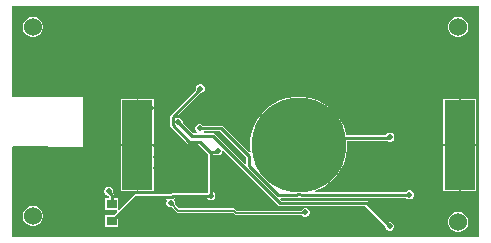
<source format=gbl>
G04*
G04 #@! TF.GenerationSoftware,Altium Limited,Altium Designer,23.5.1 (21)*
G04*
G04 Layer_Physical_Order=4*
G04 Layer_Color=16711680*
%FSLAX25Y25*%
%MOIN*%
G70*
G04*
G04 #@! TF.SameCoordinates,F3818A2F-99DD-4422-A772-264FF04CB145*
G04*
G04*
G04 #@! TF.FilePolarity,Positive*
G04*
G01*
G75*
%ADD52R,0.03402X0.03150*%
%ADD54C,0.01000*%
%ADD55C,0.00600*%
%ADD58C,0.00900*%
%ADD61C,0.06000*%
%ADD62C,0.02000*%
%ADD63R,0.10236X0.29921*%
%ADD64C,0.31496*%
G36*
X235433Y79528D02*
X79528D01*
Y109488D01*
X79882Y109840D01*
X103150Y109689D01*
Y126378D01*
X79528D01*
Y156693D01*
X235433D01*
Y79528D01*
D02*
G37*
%LPC*%
G36*
X228794Y153006D02*
X227899D01*
X227034Y152775D01*
X226259Y152327D01*
X225626Y151694D01*
X225178Y150919D01*
X224946Y150054D01*
Y149159D01*
X225178Y148294D01*
X225626Y147519D01*
X226259Y146886D01*
X227034Y146438D01*
X227899Y146206D01*
X228794D01*
X229659Y146438D01*
X230434Y146886D01*
X231067Y147519D01*
X231515Y148294D01*
X231747Y149159D01*
Y150054D01*
X231515Y150919D01*
X231067Y151694D01*
X230434Y152327D01*
X229659Y152775D01*
X228794Y153006D01*
D02*
G37*
G36*
X87062D02*
X86167D01*
X85302Y152775D01*
X84526Y152327D01*
X83894Y151694D01*
X83446Y150919D01*
X83214Y150054D01*
Y149159D01*
X83446Y148294D01*
X83894Y147519D01*
X84526Y146886D01*
X85302Y146438D01*
X86167Y146206D01*
X87062D01*
X87927Y146438D01*
X88702Y146886D01*
X89335Y147519D01*
X89783Y148294D01*
X90014Y149159D01*
Y150054D01*
X89783Y150919D01*
X89335Y151694D01*
X88702Y152327D01*
X87927Y152775D01*
X87062Y153006D01*
D02*
G37*
G36*
X142685Y130543D02*
X142089D01*
X141537Y130314D01*
X141115Y129892D01*
X140887Y129341D01*
Y128744D01*
X140926Y128651D01*
X132537Y120263D01*
X132349Y119982D01*
X132283Y119650D01*
Y116908D01*
X132349Y116576D01*
X132537Y116295D01*
X138095Y110737D01*
X138376Y110549D01*
X138708Y110483D01*
X141791D01*
X145033Y107241D01*
Y94606D01*
X144645Y94218D01*
X133418D01*
X133086Y94152D01*
X132805Y93964D01*
X132733Y93892D01*
X120908D01*
X120576Y93826D01*
X120295Y93638D01*
X115401Y88745D01*
X114901Y88952D01*
Y92530D01*
X113718D01*
Y93729D01*
X113648Y94080D01*
X113449Y94378D01*
X113349Y94478D01*
X113400Y94602D01*
Y95198D01*
X113172Y95750D01*
X112750Y96172D01*
X112198Y96400D01*
X111602D01*
X111050Y96172D01*
X110628Y95750D01*
X110400Y95198D01*
Y94602D01*
X110628Y94050D01*
X111050Y93628D01*
X111602Y93400D01*
X111832D01*
X111883Y93349D01*
Y92530D01*
X110700D01*
Y88581D01*
X114530D01*
X114737Y88081D01*
X113676Y87019D01*
X110700D01*
Y83070D01*
X114901D01*
Y85794D01*
X121267Y92159D01*
X130884D01*
X131149Y91659D01*
X131000Y91298D01*
Y90702D01*
X131228Y90150D01*
X131650Y89728D01*
X132202Y89500D01*
X132798D01*
X132934Y89556D01*
X134595Y87895D01*
X134827Y87741D01*
X135100Y87686D01*
X153255D01*
X153815Y87127D01*
X154046Y86972D01*
X154319Y86918D01*
X176161D01*
X176550Y86528D01*
X177102Y86300D01*
X177698D01*
X178250Y86528D01*
X178672Y86950D01*
X178900Y87502D01*
Y88098D01*
X178672Y88650D01*
X178250Y89072D01*
X177698Y89300D01*
X177102D01*
X176550Y89072D01*
X176128Y88650D01*
X176002Y88345D01*
X154615D01*
X154055Y88905D01*
X153824Y89059D01*
X153551Y89114D01*
X135396D01*
X133944Y90566D01*
X134000Y90702D01*
Y91298D01*
X133772Y91850D01*
X133768Y91853D01*
X133749Y92024D01*
X134074Y92484D01*
X144645D01*
X145050Y92080D01*
X145602Y91851D01*
X146198D01*
X146750Y92080D01*
X147172Y92501D01*
X147400Y93053D01*
Y93650D01*
X147172Y94201D01*
X146767Y94606D01*
Y106955D01*
X147267Y107112D01*
X147350Y107028D01*
X147902Y106800D01*
X148498D01*
X149050Y107028D01*
X149472Y107450D01*
X149700Y108002D01*
Y108205D01*
X150200Y108412D01*
X168429Y90183D01*
X168727Y89984D01*
X169078Y89914D01*
X197420D01*
X204000Y83334D01*
Y82833D01*
X204228Y82282D01*
X204650Y81860D01*
X205202Y81631D01*
X205798D01*
X206350Y81860D01*
X206772Y82282D01*
X207000Y82833D01*
Y83430D01*
X206772Y83981D01*
X206350Y84403D01*
X205798Y84632D01*
X205298D01*
X198449Y91480D01*
X198151Y91679D01*
X197800Y91749D01*
X169458D01*
X168987Y92220D01*
X169178Y92682D01*
X174571D01*
X174606Y92689D01*
X175197Y92651D01*
X175788Y92689D01*
X175823Y92682D01*
X210896D01*
X211250Y92328D01*
X211802Y92100D01*
X212398D01*
X212950Y92328D01*
X213372Y92750D01*
X213600Y93302D01*
Y93898D01*
X213372Y94450D01*
X212950Y94872D01*
X212398Y95100D01*
X211802D01*
X211250Y94872D01*
X210896Y94518D01*
X180674D01*
X180596Y95012D01*
X181396Y95271D01*
X183660Y96425D01*
X185717Y97919D01*
X187514Y99717D01*
X189008Y101773D01*
X190162Y104037D01*
X190947Y106455D01*
X191345Y108965D01*
Y111507D01*
X191486Y111672D01*
X204691D01*
X204777Y111586D01*
X205328Y111357D01*
X205925D01*
X206476Y111586D01*
X206898Y112008D01*
X207127Y112559D01*
Y113156D01*
X206898Y113707D01*
X206476Y114129D01*
X205925Y114357D01*
X205328D01*
X204777Y114129D01*
X204355Y113707D01*
X204272Y113507D01*
X191028D01*
X190947Y114018D01*
X190162Y116435D01*
X189008Y118700D01*
X187514Y120756D01*
X185717Y122553D01*
X183660Y124047D01*
X181396Y125201D01*
X178978Y125987D01*
X176468Y126384D01*
X173926D01*
X171416Y125987D01*
X168998Y125201D01*
X166734Y124047D01*
X164677Y122553D01*
X162880Y120756D01*
X161386Y118700D01*
X160232Y116435D01*
X159447Y114018D01*
X159049Y111507D01*
Y108965D01*
X159200Y108013D01*
X158731Y107775D01*
X150057Y116449D01*
X149759Y116648D01*
X149408Y116718D01*
X143404D01*
X143050Y117072D01*
X142498Y117300D01*
X141902D01*
X141350Y117072D01*
X140928Y116650D01*
X140700Y116098D01*
Y115502D01*
X140928Y114950D01*
X141207Y114672D01*
X141005Y114172D01*
X140012D01*
X136600Y117584D01*
Y118084D01*
X136372Y118636D01*
X135950Y119058D01*
X135398Y119286D01*
X134802D01*
X134660Y119228D01*
X134377Y119651D01*
X142268Y127542D01*
X142685D01*
X143237Y127771D01*
X143659Y128193D01*
X143887Y128744D01*
Y129341D01*
X143659Y129892D01*
X143237Y130314D01*
X142685Y130543D01*
D02*
G37*
G36*
X234455Y125597D02*
X229137D01*
Y110436D01*
X234455D01*
Y125597D01*
D02*
G37*
G36*
X228737D02*
X223419D01*
Y110436D01*
X228737D01*
Y125597D01*
D02*
G37*
G36*
X126975D02*
X121657D01*
Y110436D01*
X126975D01*
Y125597D01*
D02*
G37*
G36*
X121257D02*
X115939D01*
Y110436D01*
X121257D01*
Y125597D01*
D02*
G37*
G36*
X234455Y110036D02*
X229137D01*
Y94876D01*
X234455D01*
Y110036D01*
D02*
G37*
G36*
X228737D02*
X223419D01*
Y94876D01*
X228737D01*
Y110036D01*
D02*
G37*
G36*
X126975D02*
X121657D01*
Y94876D01*
X126975D01*
Y110036D01*
D02*
G37*
G36*
X121257D02*
X115939D01*
Y94876D01*
X121257D01*
Y110036D01*
D02*
G37*
G36*
X87062Y90014D02*
X86167D01*
X85302Y89783D01*
X84526Y89335D01*
X83894Y88702D01*
X83446Y87927D01*
X83214Y87062D01*
Y86167D01*
X83446Y85302D01*
X83894Y84526D01*
X84526Y83894D01*
X85302Y83446D01*
X86167Y83214D01*
X87062D01*
X87927Y83446D01*
X88702Y83894D01*
X89335Y84526D01*
X89783Y85302D01*
X90014Y86167D01*
Y87062D01*
X89783Y87927D01*
X89335Y88702D01*
X88702Y89335D01*
X87927Y89783D01*
X87062Y90014D01*
D02*
G37*
G36*
X228794Y88046D02*
X227899D01*
X227034Y87814D01*
X226259Y87366D01*
X225626Y86733D01*
X225178Y85958D01*
X224946Y85093D01*
Y84198D01*
X225178Y83333D01*
X225626Y82558D01*
X226259Y81925D01*
X227034Y81477D01*
X227899Y81246D01*
X228794D01*
X229659Y81477D01*
X230434Y81925D01*
X231067Y82558D01*
X231515Y83333D01*
X231747Y84198D01*
Y85093D01*
X231515Y85958D01*
X231067Y86733D01*
X230434Y87366D01*
X229659Y87814D01*
X228794Y88046D01*
D02*
G37*
%LPD*%
G36*
X157631Y106279D02*
Y104229D01*
X157169Y104038D01*
X147304Y113903D01*
X147007Y114102D01*
X146655Y114172D01*
X143723D01*
X143474Y114672D01*
X143633Y114882D01*
X149028D01*
X157631Y106279D01*
D02*
G37*
D52*
X112801Y85044D02*
D03*
Y90556D02*
D03*
D54*
X174571Y93600D02*
G03*
X175823Y93600I626J16636D01*
G01*
X177550Y112590D02*
X205359D01*
X175197Y110236D02*
X177550Y112590D01*
X205359D02*
X205627Y112857D01*
X149408Y115800D02*
X158549Y106659D01*
Y103340D02*
Y106659D01*
Y103340D02*
X167996Y93893D01*
X168289Y93600D01*
X174571D01*
X175823D02*
X212100D01*
X169078Y90832D02*
X197800D01*
X205500Y83131D01*
X146655Y113254D02*
X169078Y90832D01*
X139632Y113254D02*
X146655D01*
X135100Y117786D02*
X139632Y113254D01*
X142200Y115800D02*
X149408D01*
X112801Y90556D02*
Y93729D01*
X111900Y94629D02*
X112801Y93729D01*
X111900Y94629D02*
Y94900D01*
X112171D01*
D55*
X154319Y87631D02*
X177232D01*
X177400Y87800D01*
X153551Y88400D02*
X154319Y87631D01*
X135100Y88400D02*
X153551D01*
X132500Y91000D02*
X135100Y88400D01*
D58*
X145900Y107600D02*
X146389Y108089D01*
X147989D01*
X148200Y108300D01*
X133150Y116908D02*
X138708Y111350D01*
X142150D02*
X145900Y107600D01*
X138708Y111350D02*
X142150D01*
X145900Y93351D02*
Y107600D01*
X112801Y85044D02*
X112926D01*
X120908Y93026D01*
X133092D01*
X133418Y93351D01*
X145900D01*
X142387Y128887D02*
Y129042D01*
X133150Y119650D02*
X142387Y128887D01*
X133150Y116908D02*
Y119650D01*
D61*
X228346Y149606D02*
D03*
X86614Y86614D02*
D03*
Y149606D02*
D03*
X228346Y84646D02*
D03*
D62*
X189800Y119415D02*
D03*
X152900Y99800D02*
D03*
X212100Y93600D02*
D03*
X177400Y87800D02*
D03*
X205500Y83131D02*
D03*
X108440Y141696D02*
D03*
X112376D02*
D03*
X110408Y145632D02*
D03*
X102536D02*
D03*
X104504Y141696D02*
D03*
X106472Y145632D02*
D03*
X88760Y133824D02*
D03*
X86792Y137760D02*
D03*
X90728D02*
D03*
X82856D02*
D03*
X84824Y133824D02*
D03*
X160300Y90200D02*
D03*
X133246Y86100D02*
D03*
X158900Y119600D02*
D03*
X134600Y98700D02*
D03*
Y102600D02*
D03*
X131100Y98800D02*
D03*
Y102600D02*
D03*
X134600Y106100D02*
D03*
X131000D02*
D03*
X127800Y98800D02*
D03*
X127700Y102500D02*
D03*
X127600Y106100D02*
D03*
X124000D02*
D03*
Y102500D02*
D03*
X124100Y98800D02*
D03*
X125800Y122500D02*
D03*
X144700Y121100D02*
D03*
X145500Y86500D02*
D03*
X120400Y121600D02*
D03*
X134500Y110000D02*
D03*
X131000D02*
D03*
X127500D02*
D03*
X124000D02*
D03*
X114344Y153504D02*
D03*
X116312Y149568D02*
D03*
X114344Y145632D02*
D03*
X116312Y141696D02*
D03*
X114344Y137760D02*
D03*
X116312Y133824D02*
D03*
X114344Y129888D02*
D03*
X110408Y153504D02*
D03*
X112376Y149568D02*
D03*
X110408Y137760D02*
D03*
X112376Y133824D02*
D03*
X110408Y129888D02*
D03*
X112376Y125952D02*
D03*
X110408Y122016D02*
D03*
X112376Y118080D02*
D03*
X110408Y114144D02*
D03*
X112376Y110208D02*
D03*
X106472Y153504D02*
D03*
X108440Y149568D02*
D03*
X106472Y137760D02*
D03*
X108440Y133824D02*
D03*
X106472Y129888D02*
D03*
X108440Y125952D02*
D03*
X106472Y122016D02*
D03*
X108440Y118080D02*
D03*
X106472Y114144D02*
D03*
Y98400D02*
D03*
X108440Y94464D02*
D03*
X106472Y90528D02*
D03*
X108440Y86592D02*
D03*
X106472Y82656D02*
D03*
X102536Y153504D02*
D03*
X104504Y149568D02*
D03*
X102536Y137760D02*
D03*
X104504Y133824D02*
D03*
X102536Y129888D02*
D03*
X104504Y125952D02*
D03*
Y118080D02*
D03*
Y110208D02*
D03*
X102536Y98400D02*
D03*
X104504Y94464D02*
D03*
X102536Y90528D02*
D03*
X104504Y86592D02*
D03*
X102536Y82656D02*
D03*
X98600Y153504D02*
D03*
X100568Y149568D02*
D03*
X98600Y145632D02*
D03*
X100568Y141696D02*
D03*
X98600Y137760D02*
D03*
X100568Y133824D02*
D03*
X98600Y129888D02*
D03*
Y98400D02*
D03*
X100568Y94464D02*
D03*
X98600Y90528D02*
D03*
X100568Y86592D02*
D03*
X98600Y82656D02*
D03*
X94664Y153504D02*
D03*
X96632Y149568D02*
D03*
X94664Y145632D02*
D03*
X96632Y141696D02*
D03*
X94664Y137760D02*
D03*
X96632Y133824D02*
D03*
X94664Y129888D02*
D03*
Y98400D02*
D03*
X96632Y94464D02*
D03*
X94664Y90528D02*
D03*
X96632Y86592D02*
D03*
X94664Y82656D02*
D03*
X90728Y153504D02*
D03*
X92696Y149568D02*
D03*
X90728Y145632D02*
D03*
X92696Y141696D02*
D03*
Y133824D02*
D03*
X90728Y129888D02*
D03*
Y98400D02*
D03*
X92696Y94464D02*
D03*
X90728Y90528D02*
D03*
X92696Y86592D02*
D03*
X90728Y82656D02*
D03*
X88760Y141696D02*
D03*
X86792Y129888D02*
D03*
Y98400D02*
D03*
X88760Y94464D02*
D03*
X82856Y145632D02*
D03*
X84824Y141696D02*
D03*
X82856Y129888D02*
D03*
Y106272D02*
D03*
Y98400D02*
D03*
X84824Y94464D02*
D03*
X82856Y90528D02*
D03*
X80888Y141696D02*
D03*
Y133824D02*
D03*
Y102336D02*
D03*
Y94464D02*
D03*
X205627Y112857D02*
D03*
X148200Y108300D02*
D03*
X145900Y93351D02*
D03*
X85720Y101098D02*
D03*
X89657Y101100D02*
D03*
X142387Y129042D02*
D03*
X135100Y117786D02*
D03*
X142200Y115800D02*
D03*
X132500Y91000D02*
D03*
X111900Y94900D02*
D03*
X105405Y101098D02*
D03*
X109343Y101200D02*
D03*
X112100Y107500D02*
D03*
X85327Y107600D02*
D03*
X84400Y104300D02*
D03*
X101469Y101098D02*
D03*
X89657Y107500D02*
D03*
X97531Y101098D02*
D03*
X105405Y107500D02*
D03*
X101469D02*
D03*
X93594Y101098D02*
D03*
X97531Y107500D02*
D03*
X93594D02*
D03*
D63*
X228937Y110236D02*
D03*
X121457D02*
D03*
D64*
X175197D02*
D03*
M02*

</source>
